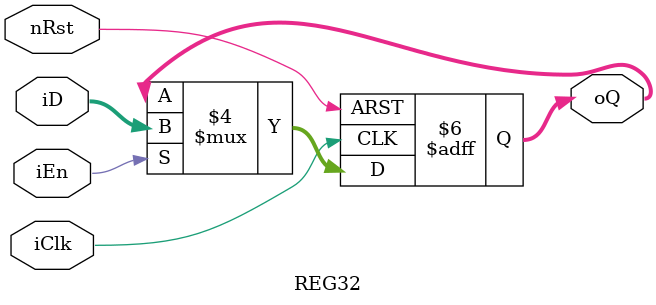
<source format=v>
module REG32(
    iClk,
    nRst, iEn,
    iD, oQ
);

input wire iClk, nRst, iEn;
input wire [31:0] iD;
output reg [31:0] oQ;

always@(posedge iClk or negedge nRst)
begin
    if(!nRst) oQ = 32'd1;
    else begin
        if(iEn) oQ = iD;
    end
end

endmodule


</source>
